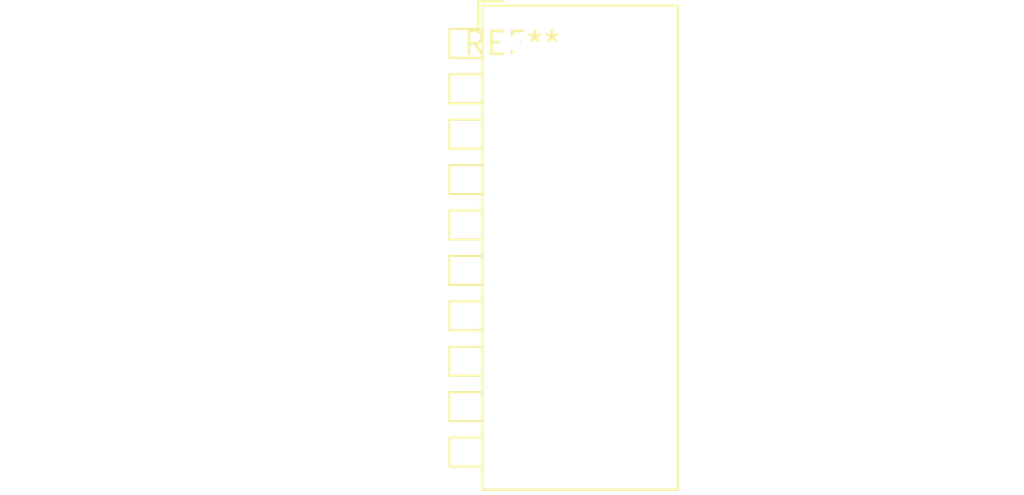
<source format=kicad_pcb>
(kicad_pcb (version 20240108) (generator pcbnew)
  (layers (0 "F.Cu" signal) (31 "B.Cu" signal) (34 "B.Paste" user) (35 "F.Paste" user) (36 "B.SilkS" user "B.Silkscreen") (37 "F.SilkS" user "F.Silkscreen") (38 "B.Mask" user) (39 "F.Mask" user) (44 "Edge.Cuts" user))
  (net 0 "")
  (footprint "SW_DIP_SPSTx10_Piano_10.8x26.96mm_W7.62mm_P2.54mm" (layer "F.Cu") (at 0 0)
    (property "Reference" "REF**")
    (property "Value" "SW_DIP_SPSTx10_Piano_10.8x26.96mm_W7.62mm_P2.54mm")
    (fp_line (start -3.51 -0.81) (end -3.51 0.81) (layer "F.SilkS") (stroke (width 0.12)))
    (fp_line (start -3.51 -0.81) (end -1.65 -0.81) (layer "F.SilkS") (stroke (width 0.12)))
    (fp_line (start -3.51 0.81) (end -1.65 0.81) (layer "F.SilkS") (stroke (width 0.12)))
    (fp_line (start -3.51 1.73) (end -3.51 3.35) (layer "F.SilkS") (stroke (width 0.12)))
    (fp_line (start -3.51 1.73) (end -1.65 1.73) (layer "F.SilkS") (stroke (width 0.12)))
    (fp_line (start -3.51 3.35) (end -1.65 3.35) (layer "F.SilkS") (stroke (width 0.12)))
    (fp_line (start -3.51 4.27) (end -3.51 5.89) (layer "F.SilkS") (stroke (width 0.12)))
    (fp_line (start -3.51 4.27) (end -1.65 4.27) (layer "F.SilkS") (stroke (width 0.12)))
    (fp_line (start -3.51 5.89) (end -1.65 5.89) (layer "F.SilkS") (stroke (width 0.12)))
    (fp_line (start -3.51 6.81) (end -3.51 8.43) (layer "F.SilkS") (stroke (width 0.12)))
    (fp_line (start -3.51 6.81) (end -1.65 6.81) (layer "F.SilkS") (stroke (width 0.12)))
    (fp_line (start -3.51 8.43) (end -1.65 8.43) (layer "F.SilkS") (stroke (width 0.12)))
    (fp_line (start -3.51 9.35) (end -3.51 10.97) (layer "F.SilkS") (stroke (width 0.12)))
    (fp_line (start -3.51 9.35) (end -1.65 9.35) (layer "F.SilkS") (stroke (width 0.12)))
    (fp_line (start -3.51 10.97) (end -1.65 10.97) (layer "F.SilkS") (stroke (width 0.12)))
    (fp_line (start -3.51 11.89) (end -3.51 13.51) (layer "F.SilkS") (stroke (width 0.12)))
    (fp_line (start -3.51 11.89) (end -1.65 11.89) (layer "F.SilkS") (stroke (width 0.12)))
    (fp_line (start -3.51 13.51) (end -1.65 13.51) (layer "F.SilkS") (stroke (width 0.12)))
    (fp_line (start -3.51 14.43) (end -3.51 16.05) (layer "F.SilkS") (stroke (width 0.12)))
    (fp_line (start -3.51 14.43) (end -1.65 14.43) (layer "F.SilkS") (stroke (width 0.12)))
    (fp_line (start -3.51 16.05) (end -1.65 16.05) (layer "F.SilkS") (stroke (width 0.12)))
    (fp_line (start -3.51 16.971) (end -3.51 18.591) (layer "F.SilkS") (stroke (width 0.12)))
    (fp_line (start -3.51 16.971) (end -1.65 16.971) (layer "F.SilkS") (stroke (width 0.12)))
    (fp_line (start -3.51 18.591) (end -1.65 18.591) (layer "F.SilkS") (stroke (width 0.12)))
    (fp_line (start -3.51 19.51) (end -3.51 21.131) (layer "F.SilkS") (stroke (width 0.12)))
    (fp_line (start -3.51 19.51) (end -1.65 19.51) (layer "F.SilkS") (stroke (width 0.12)))
    (fp_line (start -3.51 21.131) (end -1.65 21.131) (layer "F.SilkS") (stroke (width 0.12)))
    (fp_line (start -3.51 22.05) (end -3.51 23.67) (layer "F.SilkS") (stroke (width 0.12)))
    (fp_line (start -3.51 22.05) (end -1.65 22.05) (layer "F.SilkS") (stroke (width 0.12)))
    (fp_line (start -3.51 23.67) (end -1.65 23.67) (layer "F.SilkS") (stroke (width 0.12)))
    (fp_line (start -1.89 -2.35) (end -1.89 -0.967) (layer "F.SilkS") (stroke (width 0.12)))
    (fp_line (start -1.89 -2.35) (end -0.507 -2.35) (layer "F.SilkS") (stroke (width 0.12)))
    (fp_line (start -1.65 -2.11) (end -1.65 24.971) (layer "F.SilkS") (stroke (width 0.12)))
    (fp_line (start -1.65 -2.11) (end 9.27 -2.11) (layer "F.SilkS") (stroke (width 0.12)))
    (fp_line (start -1.65 -0.81) (end -1.65 0.81) (layer "F.SilkS") (stroke (width 0.12)))
    (fp_line (start -1.65 1.73) (end -1.65 3.35) (layer "F.SilkS") (stroke (width 0.12)))
    (fp_line (start -1.65 4.27) (end -1.65 5.89) (layer "F.SilkS") (stroke (width 0.12)))
    (fp_line (start -1.65 6.81) (end -1.65 8.43) (layer "F.SilkS") (stroke (width 0.12)))
    (fp_line (start -1.65 9.35) (end -1.65 10.97) (layer "F.SilkS") (stroke (width 0.12)))
    (fp_line (start -1.65 11.89) (end -1.65 13.51) (layer "F.SilkS") (stroke (width 0.12)))
    (fp_line (start -1.65 14.43) (end -1.65 16.05) (layer "F.SilkS") (stroke (width 0.12)))
    (fp_line (start -1.65 16.971) (end -1.65 18.591) (layer "F.SilkS") (stroke (width 0.12)))
    (fp_line (start -1.65 19.51) (end -1.65 21.131) (layer "F.SilkS") (stroke (width 0.12)))
    (fp_line (start -1.65 22.05) (end -1.65 23.67) (layer "F.SilkS") (stroke (width 0.12)))
    (fp_line (start -1.65 24.971) (end 9.27 24.971) (layer "F.SilkS") (stroke (width 0.12)))
    (fp_line (start 9.27 -2.11) (end 9.27 24.971) (layer "F.SilkS") (stroke (width 0.12)))
    (pad "1" thru_hole rect (at 0 0) (size 1.6 1.6) (drill 0.8) (layers *.Cu *.Mask) (remove_unused_layers))
    (pad "2" thru_hole oval (at 0 2.54) (size 1.6 1.6) (drill 0.8) (layers *.Cu *.Mask) (remove_unused_layers))
    (pad "3" thru_hole oval (at 0 5.08) (size 1.6 1.6) (drill 0.8) (layers *.Cu *.Mask) (remove_unused_layers))
    (pad "4" thru_hole oval (at 0 7.62) (size 1.6 1.6) (drill 0.8) (layers *.Cu *.Mask) (remove_unused_layers))
    (pad "5" thru_hole oval (at 0 10.16) (size 1.6 1.6) (drill 0.8) (layers *.Cu *.Mask) (remove_unused_layers))
    (pad "6" thru_hole oval (at 0 12.7) (size 1.6 1.6) (drill 0.8) (layers *.Cu *.Mask) (remove_unused_layers))
    (pad "7" thru_hole oval (at 0 15.24) (size 1.6 1.6) (drill 0.8) (layers *.Cu *.Mask) (remove_unused_layers))
    (pad "8" thru_hole oval (at 0 17.78) (size 1.6 1.6) (drill 0.8) (layers *.Cu *.Mask) (remove_unused_layers))
    (pad "9" thru_hole oval (at 0 20.32) (size 1.6 1.6) (drill 0.8) (layers *.Cu *.Mask) (remove_unused_layers))
    (pad "10" thru_hole oval (at 0 22.86) (size 1.6 1.6) (drill 0.8) (layers *.Cu *.Mask) (remove_unused_layers))
    (pad "11" thru_hole oval (at 7.62 22.86) (size 1.6 1.6) (drill 0.8) (layers *.Cu *.Mask) (remove_unused_layers))
    (pad "12" thru_hole oval (at 7.62 20.32) (size 1.6 1.6) (drill 0.8) (layers *.Cu *.Mask) (remove_unused_layers))
    (pad "13" thru_hole oval (at 7.62 17.78) (size 1.6 1.6) (drill 0.8) (layers *.Cu *.Mask) (remove_unused_layers))
    (pad "14" thru_hole oval (at 7.62 15.24) (size 1.6 1.6) (drill 0.8) (layers *.Cu *.Mask) (remove_unused_layers))
    (pad "15" thru_hole oval (at 7.62 12.7) (size 1.6 1.6) (drill 0.8) (layers *.Cu *.Mask) (remove_unused_layers))
    (pad "16" thru_hole oval (at 7.62 10.16) (size 1.6 1.6) (drill 0.8) (layers *.Cu *.Mask) (remove_unused_layers))
    (pad "17" thru_hole oval (at 7.62 7.62) (size 1.6 1.6) (drill 0.8) (layers *.Cu *.Mask) (remove_unused_layers))
    (pad "18" thru_hole oval (at 7.62 5.08) (size 1.6 1.6) (drill 0.8) (layers *.Cu *.Mask) (remove_unused_layers))
    (pad "19" thru_hole oval (at 7.62 2.54) (size 1.6 1.6) (drill 0.8) (layers *.Cu *.Mask) (remove_unused_layers))
    (pad "20" thru_hole oval (at 7.62 0) (size 1.6 1.6) (drill 0.8) (layers *.Cu *.Mask) (remove_unused_layers))
  )
)
</source>
